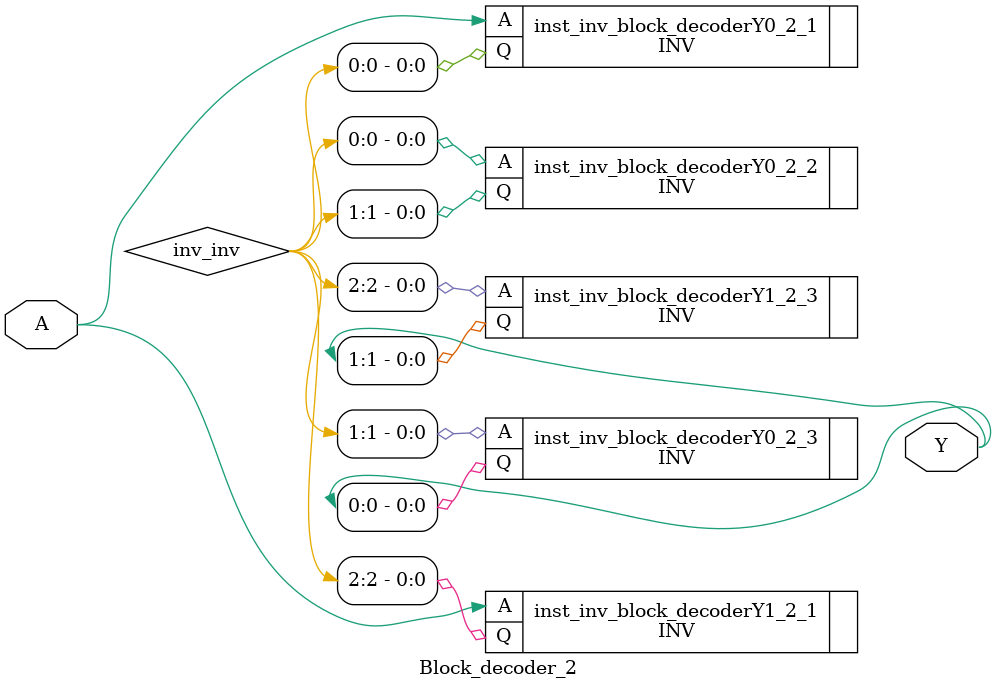
<source format=v>
`timescale 1ns / 1ps


module Block_decoder_2(A,Y);
input wire A;
output wire [1:0] Y;

wire [2:0] inv_inv;
//Y0
INV inst_inv_block_decoderY0_2_1(.A(A),.Q(inv_inv[0]));
INV inst_inv_block_decoderY0_2_2(.A(inv_inv[0]),.Q(inv_inv[1]));
INV inst_inv_block_decoderY0_2_3(.A(inv_inv[1]),.Q(Y[0]));
//Y1
INV inst_inv_block_decoderY1_2_1(.A(A),.Q(inv_inv[2]));
INV inst_inv_block_decoderY1_2_3(.A(inv_inv[2]),.Q(Y[1]));
endmodule

</source>
